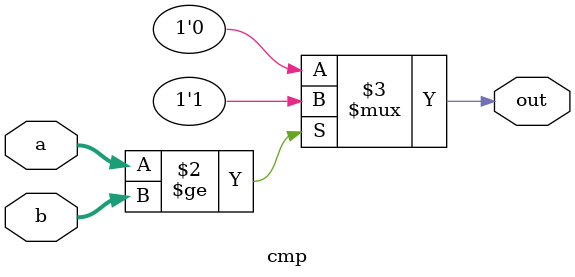
<source format=v>
module cmp (a,b,out);
input [5:0] a,b;
output reg out;

always @ (*)
	out = (a >= b) ? 1'b1 : 1'b0;   //比較a是否大於b(是的話會輸出1)
	
endmodule
</source>
